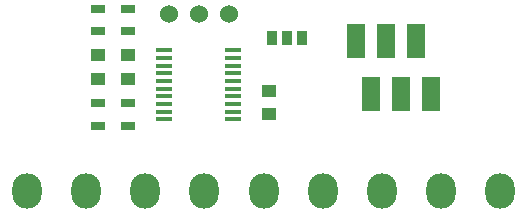
<source format=gbr>
G04 #@! TF.FileFunction,Soldermask,Top*
%FSLAX46Y46*%
G04 Gerber Fmt 4.6, Leading zero omitted, Abs format (unit mm)*
G04 Created by KiCad (PCBNEW 4.0.7-e2-6376~58~ubuntu16.04.1) date Wed Aug 15 22:35:47 2018*
%MOMM*%
%LPD*%
G01*
G04 APERTURE LIST*
%ADD10C,0.100000*%
%ADD11R,1.250000X1.000000*%
%ADD12O,2.500000X3.000000*%
%ADD13R,1.300000X0.700000*%
%ADD14R,1.450000X0.450000*%
%ADD15R,1.500000X3.000000*%
%ADD16C,1.524000*%
%ADD17R,0.970000X1.270000*%
G04 APERTURE END LIST*
D10*
D11*
X140000000Y-94500000D03*
X140000000Y-92500000D03*
X142500000Y-94500000D03*
X142500000Y-92500000D03*
X154500000Y-95500000D03*
X154500000Y-97500000D03*
D12*
X134000000Y-104000000D03*
X139000000Y-104000000D03*
X144000000Y-104000000D03*
X149000000Y-104000000D03*
X154000000Y-104000000D03*
X159000000Y-104000000D03*
X164000000Y-104000000D03*
X169000000Y-104000000D03*
X174000000Y-104000000D03*
D13*
X142500000Y-90450000D03*
X142500000Y-88550000D03*
X140000000Y-90450000D03*
X140000000Y-88550000D03*
X142500000Y-98450000D03*
X142500000Y-96550000D03*
X140000000Y-98450000D03*
X140000000Y-96550000D03*
D14*
X145550000Y-92075000D03*
X145550000Y-92725000D03*
X145550000Y-93375000D03*
X145550000Y-94025000D03*
X145550000Y-94675000D03*
X145550000Y-95325000D03*
X145550000Y-95975000D03*
X145550000Y-96625000D03*
X145550000Y-97275000D03*
X145550000Y-97925000D03*
X151450000Y-97925000D03*
X151450000Y-97275000D03*
X151450000Y-96625000D03*
X151450000Y-95975000D03*
X151450000Y-95325000D03*
X151450000Y-94675000D03*
X151450000Y-94025000D03*
X151450000Y-93375000D03*
X151450000Y-92725000D03*
X151450000Y-92075000D03*
D15*
X161825000Y-91250000D03*
X163095000Y-95750000D03*
X164365000Y-91250000D03*
X165635000Y-95750000D03*
X166905000Y-91250000D03*
X168175000Y-95750000D03*
D16*
X145960000Y-89000000D03*
X148500000Y-89000000D03*
X151040000Y-89000000D03*
D17*
X154730000Y-91000000D03*
X156000000Y-91000000D03*
X157270000Y-91000000D03*
M02*

</source>
